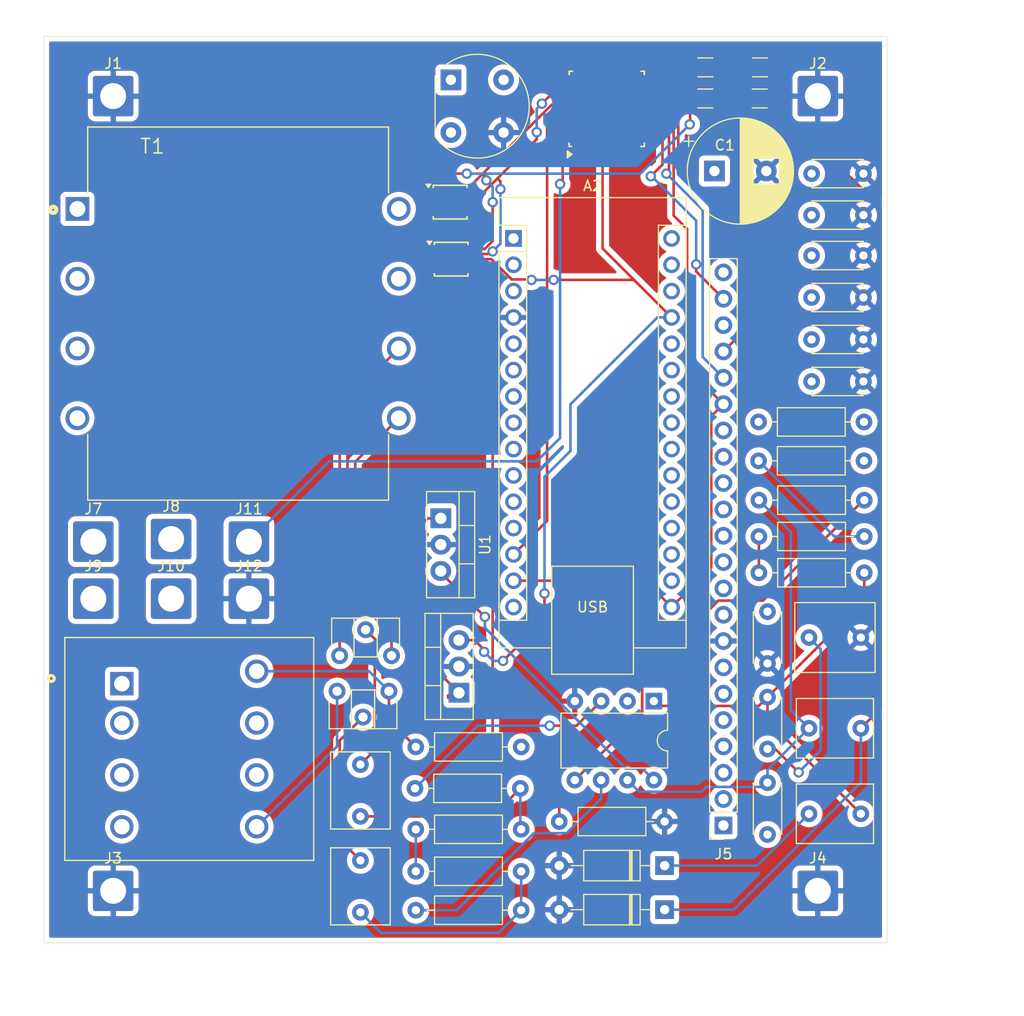
<source format=kicad_pcb>
(kicad_pcb (version 20240108) (generator "pcbnew") (generator_version "8.0")
  (layers (0 "F.Cu" signal) (31 "B.Cu" signal) (34 "B.Paste" user) (35 "F.Paste" user) (36 "B.SilkS" user "B.Silkscreen") (37 "F.SilkS" user "F.Silkscreen") (38 "B.Mask" user) (39 "F.Mask" user) (44 "Edge.Cuts" user))
  (net 0 "")
  (net 1 "Net-(C8-Pad2)")
  (net 2 "Net-(C8-Pad1)")
  (net 3 "Net-(C9-Pad1)")
  (net 4 "Net-(C9-Pad2)")
  (net 5 "Neutral")
  (net 6 "GND")
  (net 7 "Net-(U4B--)")
  (net 8 "Net-(U4A-+)")
  (net 9 "Net-(C12-Pad2)")
  (net 10 "Net-(C13-Pad2)")
  (net 11 "Net-(D2-K)")
  (net 12 "Net-(D3-K)")
  (net 13 "Net-(D1-Pad2)")
  (net 14 "Net-(D1-Pad4)")
  (net 15 "VCC")
  (net 16 "Net-(R1-Pad2)")
  (net 17 "Net-(U4B-+)")
  (net 18 "Net-(U4A--)")
  (net 19 "Net-(R15-Pad1)")
  (net 20 "Net-(R15-Pad2)")
  (net 21 "Net-(RV1-Pad3)")
  (net 22 "Net-(RV1-Pad1)")
  (net 26 "Net-(U5-SDA)")
  (net 27 "Net-(U5-SCL)")
  (net 54 "3.3v")
  (net 55 "5v")
  (net 56 "Net-(A2-D11)")
  (net 58 "Net-(J5-Pin_43)")
  (net 76 "Net-(J7-Pin_1)")
  (net 77 "Net-(J9-Pin_1)")
  (net 78 "Net-(J10-Pin_1)")
  (net 79 "Net-(J11-Pin_1)")
  (net 92 "Net-(A2-D12)")
  (net 99 "Net-(A2-D10)")
  (net 103 "Net-(D1-+)")
  (footprint "Resistor_THT:R_Axial_DIN0207_L6.3mm_D2.5mm_P10.16mm_Horizontal" (layer "F.Cu") (at 179.08 94.75 180)
    (property "Reference" "R10" (hide yes))
    (property "Value" "10 K" (hide yes))
  )
  (footprint "Connector_Wire:SolderWire-2sqmm_1x01_D2mm_OD3.9mm" (layer "F.Cu") (at 174.603 132.431)
    (property "Reference" "J4")
    (property "Value" "Hole")
  )
  (footprint "Potentiometer_THT:Potentiometer_ACP_CA6-H2,5_Horizontal" (layer "F.Cu") (at 128.5 109.75 90)
    (property "Reference" "RV1" (hide yes))
    (property "Value" "R_Potentiometer" (hide yes))
  )
  (footprint "Module:Arduino_Nano" (layer "F.Cu") (at 145.26 69.5)
    (property "Reference" "A2")
    (property "Value" "Arduino_Nano_v3.x")
  )
  (footprint "Resistor_THT:R_Axial_DIN0207_L6.3mm_D2.5mm_P10.16mm_Horizontal" (layer "F.Cu") (at 135.84 126.5)
    (property "Reference" "R2" (hide yes))
    (property "Value" "51.1k" (hide yes))
  )
  (footprint "Connector_Wire:SolderWire-2sqmm_1x01_D2mm_OD3.9mm" (layer "F.Cu") (at 104.75 98.75)
    (property "Reference" "J7")
    (property "Value" "Wire")
  )
  (footprint "Capacitor_THT:C_Disc_D4.7mm_W2.5mm_P5.00mm" (layer "F.Cu") (at 174 71.15)
    (property "Reference" "C4" (hide yes))
    (property "Value" "1 uF" (hide yes))
  )
  (footprint "Resistor_THT:R_Axial_DIN0207_L6.3mm_D2.5mm_P10.16mm_Horizontal" (layer "F.Cu") (at 179.08 98.25 180)
    (property "Reference" "R7" (hide yes))
    (property "Value" "10 K" (hide yes))
  )
  (footprint "Capacitor_THT:C_Disc_D4.7mm_W2.5mm_P5.00mm" (layer "F.Cu") (at 169.75 118.75 90)
    (property "Reference" "C12" (hide yes))
    (property "Value" "10 nF" (hide yes))
  )
  (footprint "Capacitor_THT:C_Disc_D4.7mm_W2.5mm_P5.00mm" (layer "F.Cu") (at 174 83.3)
    (property "Reference" "C7" (hide yes))
    (property "Value" "1 uF" (hide yes))
  )
  (footprint "Capacitor_THT:C_Disc_D4.7mm_W2.5mm_P5.00mm" (layer "F.Cu") (at 174 79.25)
    (property "Reference" "C6" (hide yes))
    (property "Value" "1 uF" (hide yes))
  )
  (footprint "Package_DIP:DIP-8_W7.62mm" (layer "F.Cu") (at 158.79 114.13 -90)
    (property "Reference" "U4" (hide yes))
    (property "Value" "LM358")
  )
  (footprint "Capacitor_THT:C_Rect_L7.2mm_W5.5mm_P5.00mm_FKS2_FKP2_MKS2_MKP2" (layer "F.Cu") (at 130.5 120.25 -90)
    (property "Reference" "C8" (hide yes))
    (property "Value" "1.5 uF" (hide yes))
  )
  (footprint "Custom Transformers:XFMR_FS20-055-C2" (layer "F.Cu") (at 118.7085 76.75)
    (property "Reference" "T1")
    (property "Value" "FS20-055-C2" (hide yes))
  )
  (footprint "Potentiometer_THT:Potentiometer_ACP_CA6-H2,5_Horizontal" (layer "F.Cu") (at 133.25 113.175 -90)
    (property "Reference" "RV2" (hide yes))
    (property "Value" "R_Potentiometer" (hide yes))
  )
  (footprint "Custom Transformers:XFMR_CSE185L" (layer "F.Cu") (at 114 118.75)
    (property "Reference" "T2" (hide yes))
    (property "Value" "CSE185L" (hide yes))
  )
  (footprint "Resistor_THT:R_Axial_DIN0207_L6.3mm_D2.5mm_P10.16mm_Horizontal" (layer "F.Cu") (at 179.05 90.95 180)
    (property "Reference" "R6" (hide yes))
    (property "Value" "10 K" (hide yes))
  )
  (footprint "Connector_Wire:SolderWire-2sqmm_1x01_D2mm_OD3.9mm" (layer "F.Cu") (at 106.659 55.768)
    (property "Reference" "J1")
    (property "Value" "Hole")
  )
  (footprint "Connector_Wire:SolderWire-2sqmm_1x01_D2mm_OD3.9mm" (layer "F.Cu") (at 174.603 55.768)
    (property "Reference" "J2")
    (property "Value" "Hole")
  )
  (footprint "Capacitor_THT:C_Disc_D4.7mm_W2.5mm_P5.00mm" (layer "F.Cu") (at 174 75.2)
    (property "Reference" "C5" (hide yes))
    (property "Value" "1 uF" (hide yes))
  )
  (footprint "Resistor_SMD:R_1206_3216Metric" (layer "F.Cu") (at 163.75 56 180)
    (property "Reference" "R11" (hide yes))
    (property "Value" "10 K" (hide yes))
  )
  (footprint "Capacitor_THT:C_Rect_L7.2mm_W5.5mm_P5.00mm_FKS2_FKP2_MKS2_MKP2" (layer "F.Cu") (at 178.75 125 180)
    (property "Reference" "C14" (hide yes))
    (property "Value" "1.5 uF" (hide yes))
  )
  (footprint "Connector_PinSocket_2.54mm:PinSocket_1x22_P2.54mm_Vertical" (layer "F.Cu") (at 165.5 126.12 180)
    (property "Reference" "J5")
    (property "Value" "Conn_01x22_Socket" (hide yes))
  )
  (footprint "Diode_THT:D_A-405_P10.16mm_Horizontal" (layer "F.Cu") (at 159.83 130 180)
    (property "Reference" "D2" (hide yes))
    (property "Value" "D_Zener" (hide yes))
  )
  (footprint "Resistor_SMD:R_1206_3216Metric" (layer "F.Cu") (at 169 56)
    (property "Reference" "R13" (hide yes))
    (property "Value" "10 K" (hide yes))
  )
  (footprint "Connector_Wire:SolderWire-2sqmm_1x01_D2mm_OD3.9mm" (layer "F.Cu") (at 106.659 132.431)
    (property "Reference" "J3")
    (property "Value" "Hole")
  )
  (footprint "Connector_Wire:SolderWire-2sqmm_1x01_D2mm_OD3.9mm" (layer "F.Cu") (at 119.75 104.25)
    (property "Reference" "J12")
    (property "Value" "B-Wire GND")
  )
  (footprint "Capacitor_THT:C_Disc_D4.7mm_W2.5mm_P5.00mm" (layer "F.Cu") (at 174 67.25)
    (property "Reference" "C3" (hide yes))
    (property "Value" "1 uF" (hide yes))
  )
  (footprint "Capacitor_THT:C_Disc_D4.7mm_W2.5mm_P5.00mm" (layer "F.Cu") (at 169.75 127 90)
    (property "Reference" "C13" (hide yes))
    (property "Value" "10 nF" (hide yes))
  )
  (footprint "Resistor_SMD:R_1206_3216Metric" (layer "F.Cu") (at 169.0375 53 180)
    (property "Reference" "R12" (hide yes))
    (property "Value" "10 K" (hide yes))
  )
  (footprint "Capacitor_THT:C_Rect_L7.2mm_W5.5mm_P5.00mm_FKS2_FKP2_MKS2_MKP2" (layer "F.Cu") (at 130.5 129.5 -90)
    (property "Reference" "C9" (hide yes))
    (property "Value" "1.5 uF" (hide yes))
  )
  (footprint "Diode_THT:Diode_Bridge_Round_D9.8mm" (layer "F.Cu") (at 139.225 54.205)
    (property "Reference" "D1" (hide yes))
    (property "Value" "W04G")
  )
  (footprint "Diode_THT:D_A-405_P10.16mm_Horizontal" (layer "F.Cu") (at 159.83 134.25 180)
    (property "Reference" "D3" (hide yes))
    (property "Value" "D_Zener" (hide yes))
  )
  (footprint "Capacitor_THT:C_Disc_D4.7mm_W2.5mm_P5.00mm" (layer "F.Cu") (at 169.75 110.5 90)
    (property "Reference" "C10" (hide yes))
    (property "Value" "22 nF" (hide yes))
  )
  (footprint "Connector_Wire:SolderWire-2sqmm_1x01_D2mm_OD3.9mm" (layer "F.Cu") (at 119.75 98.75)
    (property "Reference" "J11")
    (property "Value" "B-Wire POS")
  )
  (footprint "Package_QFP:TQFP-32_7x7mm_P0.8mm" (layer "F.Cu") (at 154.25 57 90)
    (property "Reference" "U7" (hide yes))
    (property "Value" "ATmega328PB-A" (hide yes))
  )
  (footprint "Package_TO_SOT_THT:TO-220-3_Vertical" (layer "F.Cu") (at 140 113.33 90)
    (property "Reference" "U2" (hide yes))
    (property "Value" "5 V Regulator")
  )
  (footprint "Resistor_THT:R_Axial_DIN0207_L6.3mm_D2.5mm_P10.16mm_Horizontal" (layer "F.Cu") (at 149.67 125.75)
    (property "Reference" "R14" (hide yes))
    (property "Value" "10 K" (hide yes))
  )
  (footprint "Capacitor_THT:C_Rect_L7.2mm_W5.5mm_P5.00mm_FKS2_FKP2_MKS2_MKP2" (layer "F.Cu") (at 173.75 116.75)
    (property "Reference" "C15" (hide yes))
    (property "Value" "1.5 uF" (hide yes))
  )
  (footprint "Resistor_THT:R_Axial_DIN0207_L6.3mm_D2.5mm_P10.16mm_Horizontal" (layer "F.Cu") (at 146 134.3 180)
    (property "Reference" "R5" (hide yes))
    (property "Value" "20 K" (hide yes))
  )
  (footprint "Resistor_THT:R_Axial_DIN0207_L6.3mm_D2.5mm_P10.16mm_Horizontal" (layer "F.Cu") (at 145.92 122.55 180)
    (property "Reference" "R4" (hide yes))
    (property "Value" "20 K" (hide yes))
  )
  (footprint "Capacitor_THT:C_Disc_D4.7mm_W2.5mm_P5.00mm" (layer "F.Cu") (at 174 63.25)
    (property "Reference" "C2" (hide yes))
    (property "Value" "1 uF" (hide yes))
  )
  (footprint "Resistor_SMD:R_1206_3216Metric" (layer "F.Cu") (at 163.75 53 180)
    (property "Reference" "R8" (hide yes))
    (property "Value" "1 K" (hide yes))
  )
  (footprint "Capacitor_THT:C_Rect_L7.5mm_W6.5mm_P5.00mm" (layer "F.Cu") (at 173.75 108)
    (property "Reference" "C11" (hide yes))
    (property "Value" "20 nF" (hide yes))
  )
  (footprint "Resistor_THT:R_Axial_DIN0207_L6.3mm_D2.5mm_P10.16mm_Horizontal" (layer "F.Cu") (at 168.92 101.75)
    (property "Reference" "R9" (hide yes))
    (property "Value" "10 K" (hide yes))
  )
  (footprint "Connector_Wire:SolderWire-2sqmm_1x01_D2mm_OD3.9mm" (layer "F.Cu") (at 104.75 104.25)
    (property "Reference" "J9")
    (property "Value" "Wire")
  )
  (footprint "Capacitor_THT:CP_Radial_D10.0mm_P5.00mm" (layer "F.Cu") (at 164.632323 63)
    (property "Reference" "C1")
    (property "Value" "100 uF" (hide yes))
  )
  (footprint "Package_TO_SOT_THT:TO-220-3_Vertical" (layer "F.Cu") (at 138.25 96.5 -90)
    (property "Reference" "U1")
    (property "Value" "12 V Regulator")
  )
  (footprint "Package_SO:TSSOP-10_3x3mm_P0.5mm" (layer "F.Cu") (at 139.25 71.5)
    (property "Reference" "U6" (hide yes))
    (property "Value" "ADS1115IDGS" (hide yes))
  )
  (footprint "Connector_Wire:SolderWire-2sqmm_1x01_D2mm_OD3.9mm" (layer "F.Cu") (at 112.25 104.25)
    (property "Reference" "J10")
    (property "Value" "Wire")
  )
  (footprint "Connector_Wire:SolderWire-2sqmm_1x01_D2mm_OD3.9mm" (layer "F.Cu") (at 112.25 98.5)
    (property "Reference" "J8")
    (property "Value" "Wire")
  )
  (footprint "Resistor_THT:R_Axial_DIN0207_L6.3mm_D2.5mm_P10.16mm_Horizontal" (layer "F.Cu") (at 135.84 130.55)
    (property "Reference" "R3" (hide yes))
    (property "Value" "51.1 K" (hide yes))
  )
  (footprint "Package_SO:TSSOP-10_3x3mm_P0.5mm" (layer "F.Cu") (at 139.15 66)
    (property "Reference" "U5" (hide yes))
    (property "Value" "ADS1115IDGS" (hide yes))
  )
  (footprint "Resistor_THT:R_Axial_DIN0207_L6.3mm_D2.5mm_P10.16mm_Horizontal" (layer "F.Cu") (at 146 118.55 180)
    (property "Reference" "R15" (hide yes))
    (property "Value" "30" (hide yes))
  )
  (footprint "Resistor_THT:R_Axial_DIN0207_L6.3mm_D2.5mm_P10.16mm_Horizontal" (layer "F.Cu") (at 168.89 87.2)
    (property "Reference" "R1" (hide yes))
    (property "Value" "3 K" (hide yes))
  )
  (gr_rect (start 100 50) (end 181.28 137.4522) (stroke (width 0.05)) (fill none) (layer "Edge.Cuts"))
  (segment (start 130.5 125.25) (end 143.22 125.25) (width 0.25) (layer "F.Cu") (net 1))
  (segment (start 143.22 125.25) (end 145.92 122.55) (width 0.25) (layer "F.Cu") (net 1))
  (segment (start 145.92 122.55) (end 145.92 126.42) (width 0.25) (layer "B.Cu") (net 1))
  (segment (start 145.92 126.42) (end 146 126.5) (width 0.25) (layer "B.Cu") (net 1))
  (segment (start 131.885 108.135) (end 131.885 118.865) (width 0.25) (layer "F.Cu") (net 2))
  (segment (start 131 107.25) (end 131.885 108.135) (width 0.25) (layer "F.Cu") (net 2))
  (segment (start 131.885 118.865) (end 130.5 120.25) (width 0.25) (layer "F.Cu") (net 2))
  (segment (start 128.5 117.925) (end 130.75 115.675) (width 0.25) (layer "F.Cu") (net 3))
  (segment (start 128.5 127.5) (end 128.5 117.925) (width 0.25) (layer "F.Cu") (net 3))
  (segment (start 130.5 129.5) (end 128.5 127.5) (width 0.25) (layer "F.Cu") (net 3))
  (segment (start 130.5 134.5) (end 132.5 136.5) (width 0.25) (layer "B.Cu") (net 4))
  (segment (start 146 134.3) (end 146 130.55) (width 0.25) (layer "B.Cu") (net 4))
  (segment (start 132.5 136.5) (end 143.8 136.5) (width 0.25) (layer "B.Cu") (net 4))
  (segment (start 143.8 136.5) (end 146 134.3) (width 0.25) (layer "B.Cu") (net 4))
  (segment (start 147.215991 126.875) (end 150.375 126.875) (width 0.25) (layer "B.Cu") (net 7))
  (segment (start 135.84 134.3) (end 139.790991 134.3) (width 0.25) (layer "B.Cu") (net 7))
  (segment (start 150.375 126.875) (end 153.71 123.54) (width 0.25) (layer "B.Cu") (net 7))
  (segment (start 153.71 123.54) (end 153.71 121.75) (width 0.25) (layer "B.Cu") (net 7))
  (segment (start 139.790991 134.3) (end 147.215991 126.875) (width 0.25) (layer "B.Cu") (net 7))
  (segment (start 170.5 118.75) (end 169.75 118.75) (width 0.25) (layer "F.Cu") (net 8))
  (segment (start 151.34 116.5) (end 153.71 114.13) (width 0.25) (layer "F.Cu") (net 8))
  (segment (start 172.75 121) (end 170.5 118.75) (width 0.25) (layer "F.Cu") (net 8))
  (segment (start 148.75 116.5) (end 151.34 116.5) (width 0.25) (layer "F.Cu") (net 8))
  (via (at 172.75 121) (size 1) (drill 0.6) (layers "F.Cu" "B.Cu") (net 8))
  (via (at 148.75 116.5) (size 1) (drill 0.6) (layers "F.Cu" "B.Cu") (net 8))
  (segment (start 173.75 108) (end 174.875 109.125) (width 0.25) (layer "B.Cu") (net 8))
  (segment (start 135.76 122.55) (end 141.81 116.5) (width 0.25) (layer "B.Cu") (net 8))
  (segment (start 174.875 109.125) (end 174.875 118.875) (width 0.25) (layer "B.Cu") (net 8))
  (segment (start 174.875 118.875) (end 172.75 121) (width 0.25) (layer "B.Cu") (net 8))
  (segment (start 141.81 116.5) (end 148.75 116.5) (width 0.25) (layer "B.Cu") (net 8))
  (segment (start 158.79 114.13) (end 159.255 114.595) (width 0.25) (layer "F.Cu") (net 9))
  (segment (start 159.255 114.595) (end 168.905 114.595) (width 0.25) (layer "F.Cu") (net 9))
  (segment (start 169.75 113.75) (end 179.08 104.42) (width 0.25) (layer "F.Cu") (net 9))
  (segment (start 178.75 125) (end 169.75 116) (width 0.25) (layer "F.Cu") (net 9))
  (segment (start 169.75 116) (end 169.75 113.75) (width 0.25) (layer "F.Cu") (net 9))
  (segment (start 168.905 114.595) (end 169.75 113.75) (width 0.25) (layer "F.Cu") (net 9))
  (segment (start 179.08 104.42) (end 179.08 101.75) (width 0.25) (layer "F.Cu") (net 9))
  (segment (start 169.75 122) (end 169.75 120.75) (width 0.25) (layer "B.Cu") (net 10))
  (segment (start 163.375 122.875) (end 163.845 122.405) (width 0.25) (layer "B.Cu") (net 10))
  (segment (start 172 97.83) (end 172 115) (width 0.25) (layer "B.Cu") (net 10))
  (segment (start 168.92 94.75) (end 172 97.83) (width 0.25) (layer "B.Cu") (net 10))
  (segment (start 157.375 122.875) (end 163.375 122.875) (width 0.25) (layer "B.Cu") (net 10))
  (segment (start 163.845 122.405) (end 169.345 122.405) (width 0.25) (layer "B.Cu") (net 10))
  (segment (start 169.345 122.405) (end 169.75 122) (width 0.25) (layer "B.Cu") (net 10))
  (segment (start 169.75 120.75) (end 173.75 116.75) (width 0.25) (layer "B.Cu") (net 10))
  (segment (start 172 115) (end 173.75 116.75) (width 0.25) (layer "B.Cu") (net 10))
  (segment (start 156.25 121.75) (end 157.375 122.875) (width 0.25) (layer "B.Cu") (net 10))
  (segment (start 136.375 66.5) (end 137 66.5) (width 0.25) (layer "F.Cu") (net 11))
  (segment (start 136.25 63.25) (end 140.75 63.25) (width 0.25) (layer "F.Cu") (net 11))
  (segment (start 135.75 63.75) (end 135.75 65.875) (width 0.25) (layer "F.Cu") (net 11))
  (segment (start 163.4875 54.8) (end 168.7 54.8) (width 0.25) (layer "F.Cu") (net 11))
  (segment (start 162.2875 58.4625) (end 162.25 58.5) (width 0.25) (layer "F.Cu") (net 11))
  (segment (start 168.7 54.8) (end 170.5 53) (width 0.25) (layer "F.Cu") (net 11))
  (segment (start 162.2875 56) (end 163.4875 54.8) (width 0.25) (layer "F.Cu") (net 11))
  (segment (start 135.75 65.875) (end 136.375 66.5) (width 0.25) (layer "F.Cu") (net 11))
  (segment (start 162.2875 56) (end 162.2875 58.4625) (width 0.25) (layer "F.Cu") (net 11))
  (segment (start 135.75 63.75) (end 136.25 63.25) (width 0.25) (layer "F.Cu") (net 11))
  (via (at 162.25 58.5) (size 1) (drill 0.6) (layers "F.Cu" "B.Cu") (net 11))
  (via (at 140.75 63.25) (size 1) (drill 0.6) (layers "F.Cu" "B.Cu") (net 11))
  (segment (start 140.75 63.25) (end 140.729122 63.25) (width 0.25) (layer "B.Cu") (net 11))
  (segment (start 140.729122 63.25) (end 140.728718 63.249596) (width 0.25) (layer "B.Cu") (net 11))
  (segment (start 168.75 130) (end 173.75 125) (width 0.25) (layer "B.Cu") (net 11))
  (segment (start 140.728718 63.249596) (end 157.500404 63.249596) (width 0.25) (layer "B.Cu") (net 11))
  (segment (start 157.500404 63.249596) (end 162.25 58.5) (width 0.25) (layer "B.Cu") (net 11))
  (segment (start 159.83 130) (end 168.75 130) (width 0.25) (layer "B.Cu") (net 11))
  (segment (start 137.725 72) (end 143.25 77.525) (width 0.25) (layer "F.Cu") (net 12))
  (segment (start 170.4625 56.3075) (end 180.655 66.5) (width 0.25) (layer "F.Cu") (net 12))
  (segment (start 180.655 66.5) (end 180.655 114.845) (width 0.25) (layer "F.Cu") (net 12))
  (segment (start 149.67 124.17) (end 149.67 125.75) (width 0.25) (layer "F.Cu") (net 12))
  (segment (start 170.4625 56) (end 170.4625 56.3075) (width 0.25) (layer "F.Cu") (net 12))
  (segment (start 143.25 77.525) (end 143.25 117.75) (width 0.25) (layer "F.Cu") (net 12))
  (segment (start 137.1 72) (end 137.725 72) (width 0.25) (layer "F.Cu") (net 12))
  (segment (start 143.25 117.75) (end 149.67 124.17) (width 0.25) (layer "F.Cu") (net 12))
  (segment (start 180.655 114.845) (end 178.75 116.75) (width 0.25) (layer "F.Cu") (net 12))
  (segment (start 159.83 134.25) (end 166.5 134.25) (width 0.25) (layer "B.Cu") (net 12))
  (segment (start 166.5 134.25) (end 178.75 122) (width 0.25) (layer "B.Cu") (net 12))
  (segment (start 178.75 122) (end 178.75 116.75) (width 0.25) (layer "B.Cu") (net 12))
  (segment (start 138.25 101.75) (end 142.5 106) (width 0.25) (layer "F.Cu") (net 15))
  (segment (start 138.25 101.58) (end 138.25 101.75) (width 0.25) (layer "F.Cu") (net 15))
  (via (at 142.5 106) (size 1) (drill 0.6) (layers "F.Cu" "B.Cu") (net 15))
  (segment (start 142.5 107.050991) (end 156.074009 120.625) (width 0.25) (layer "B.Cu") (net 15))
  (segment (start 157.665 120.625) (end 158.79 121.75) (width 0.25) (layer "B.Cu") (net 15))
  (segment (start 142.5 106) (end 142.5 107.050991) (width 0.25) (layer "B.Cu") (net 15))
  (segment (start 156.074009 120.625) (end 157.665 120.625) (width 0.25) (layer "B.Cu") (net 15))
  (segment (start 135.84 126.5) (end 135.84 130.55) (width 0.25) (layer "B.Cu") (net 16))
  (segment (start 179.08 98.25) (end 176.19 98.25) (width 0.25) (layer "B.Cu") (net 16))
  (segment (start 176.19 98.25) (end 168.89 90.95) (width 0.25) (layer "B.Cu") (net 16))
  (segment (start 165.013299 104.435) (end 169.315 104.435) (width 0.25) (layer "F.Cu") (net 17))
  (segment (start 157.665 115.255) (end 157.665 111.783299) (width 0.25) (layer "F.Cu") (net 17))
  (segment (start 151.17 121.75) (end 157.665 115.255) (width 0.25) (layer "F.Cu") (net 17))
  (segment (start 169.315 104.435) (end 179 94.75) (width 0.25) (layer "F.Cu") (net 17))
  (segment (start 179 94.75) (end 179.08 94.75) (width 0.25) (layer "F.Cu") (net 17))
  (segment (start 157.665 111.783299) (end 165.013299 104.435) (width 0.25) (layer "F.Cu") (net 17))
  (segment (start 168.92 101.75) (end 168.92 98.25) (width 0.25) (layer "F.Cu") (net 18))
  (segment (start 128.25 113.175) (end 128.25 118.5) (width 0.25) (layer "B.Cu") (net 19))
  (segment (start 128.25 118.5) (end 120.5 126.25) (width 0.25) (layer "B.Cu") (net 19))
  (segment (start 133.25 115.96) (end 133.25 113.175) (width 0.25) (layer "F.Cu") (net 20))
  (segment (start 135.84 118.55) (end 133.25 115.96) (width 0.25) (layer "F.Cu") (net 20))
  (segment (start 131.325 111.25) (end 120.5 111.25) (width 0.25) (layer "B.Cu") (net 20))
  (segment (start 133.25 113.175) (end 131.325 111.25) (width 0.25) (layer "B.Cu") (net 20))
  (segment (start 133.5 106.1825) (end 130 102.6825) (width 0.25) (layer "F.Cu") (net 21))
  (segment (start 130 91.049) (end 134.2025 86.8465) (width 0.25) (layer "F.Cu") (net 21))
  (segment (start 130 102.6825) (end 130 91.049) (width 0.25) (layer "F.Cu") (net 21))
  (segment (start 133.5 109.75) (end 133.5 106.1825) (width 0.25) (layer "F.Cu") (net 21))
  (segment (start 128.5 85.818) (end 134.2025 80.1155) (width 0.25) (layer "F.Cu") (net 22))
  (segment (start 128.5 109.75) (end 128.5 85.818) (width 0.25) (layer "F.Cu") (net 22))
  (segment (start 141.4 71) (end 143 71) (width 0.25) (layer "F.Cu") (net 26))
  (segment (start 141.925 65.5) (end 143.7125 63.7125) (width 0.25) (layer "F.Cu") (net 26))
  (segment (start 144 64.75) (end 144 64) (width 0.25) (layer "F.Cu") (net 26))
  (segment (start 148 56.5) (end 148.7 55.8) (width 0.25) (layer "F.Cu") (net 26))
  (segment (start 147.5 59.925) (end 147.5 59.25) (width 0.25) (layer "F.Cu") (net 26))
  (segment (start 148.7 55.8) (end 150 55.8) (width 0.25) (layer "F.Cu") (net 26))
  (segment (start 143.7125 63.7125) (end 147.5 59.925) (width 0.25) (layer "F.Cu") (net 26))
  (segment (start 143 71) (end 143.25 70.75) (width 0.25) (layer "F.Cu") (net 26))
  (segment (start 141.3 65.5) (end 141.925 65.5) (width 0.25) (layer "F.Cu") (net 26))
  (segment (start 144 64) (end 143.7125 63.7125) (width 0.25) (layer "F.Cu") (net 26))
  (via (at 148 56.5) (size 1) (drill 0.6) (layers "F.Cu" "B.Cu") (net 26))
  (via (at 144 64.75) (size 1) (drill 0.6) (layers "F.Cu" "B.Cu") (net 26))
  (via (at 143.25 70.75) (size 1) (drill 0.6) (layers "F.Cu" "B.Cu") (net 26))
  (via (at 147.5 59.25) (size 1) (drill 0.6) (layers "F.Cu" "B.Cu") (net 26))
  (segment (start 147.5 57) (end 148 56.5) (width 0.25) (layer "B.Cu") (net 26))
  (segment (start 144 70) (end 144 64.75) (width 0.25) (layer "B.Cu") (net 26))
  (segment (start 143.25 70.75) (end 144 70) (width 0.25) (layer "B.Cu") (net 26))
  (segment (start 147.5 59.25) (end 147.5 57) (width 0.25) (layer "B.Cu") (net 26))
  (segment (start 141.4 70.5) (end 142.5 70.5) (width 0.25) (layer "F.Cu") (net 27))
  (segment (start 142.645558 63.895558) (end 142.4 63.65) (width 0.25) (layer "F.Cu") (net 27))
  (segment (start 142.4 63.65) (end 142.4 63.15) (width 0.25) (layer "F.Cu") (net 27))
  (segment (start 141.3 64.25) (end 142.4 63.15) (width 0.25) (layer "F.Cu") (net 27))
  (segment (start 142.4 63.15) (end 148.95 56.6) (width 0.25) (layer "F.Cu") (net 27))
  (segment (start 143.25 69.75) (end 143.25 66) (width 0.25) (layer "F.Cu") (net 27))
  (segment (start 141.3 65) (end 141.3 64.25) (width 0.25) (layer "F.Cu") (net 27))
  (segment (start 148.95 56.6) (end 150 56.6) (width 0.25) (layer "F.Cu") (net 27))
  (segment (start 142.5 70.5) (end 143.25 69.75) (width 0.25) (layer "F.Cu") (net 27))
  (via (at 143.25 66) (size 1) (drill 0.6) (layers "F.Cu" "B.Cu") (net 27))
  (via (at 142.645558 63.895558) (size 1) (drill 0.6) (layers "F.Cu" "B.Cu") (net 27))
  (segment (start 143.25 66) (end 143.25 64.5) (width 0.25) (layer "B.Cu") (net 27))
  (segment (start 143.25 64.5) (end 142.645558 63.895558) (width 0.25) (layer "B.Cu") (net 27))
  (segment (start 165.2125 56) (end 167.5375 56) (width 0.25) (layer "F.Cu") (net 54))
  (segment (start 148.25 106.25) (end 148.25 103.75) (width 0.25) (layer "F.Cu") (net 55))
  (segment (start 156.88 73.5) (end 156.94 73.56) (width 0.25) (layer "F.Cu") (net 55))
  (segment (start 141.4 71.5) (end 143.129009 71.5) (width 0.25) (layer "F.Cu") (net 55))
  (segment (start 144.25 110.25) (end 148.25 106.25) (width 0.25) (layer "F.Cu") (net 55))
  (segment (start 156.94 73.56) (end 160.5 77.12) (width 0.25) (layer "F.Cu") (net 55))
  (segment (start 142.425 109.375) (end 142.425 109.175) (width 0.25) (layer "F.Cu") (net 55))
  (segment (start 153.85 61.25) (end 153.85 70.47) (width 0.25) (layer "F.Cu") (net 55))
  (segment (start 140.675 66) (end 141.3 66) (width 0.25) (layer "F.Cu") (net 55))
  (segment (start 145.084009 73.455) (end 146.955 73.455) (width 0.25) (layer "F.Cu") (net 55))
  (segment (start 137 65) (end 139.675 65) (width 0.25) (layer "F.Cu") (net 55))
  (segment (start 143.129009 71.5) (end 145.084009 73.455) (width 0.25) (layer "F.Cu") (net 55))
  (segment (start 139.675 65) (end 140.675 66) (width 0.25) (layer "F.Cu") (net 55))
  (segment (start 149.125 73.5) (end 156.88 73.5) (width 0.25) (layer "F.Cu") (net 55))
  (segment (start 146.955 73.455) (end 147 73.5) (width 0.25) (layer "F.Cu") (net 55))
  (segment (start 142.425 109.175) (end 141.5 108.25) (width 0.25) (layer "F.Cu") (net 55))
  (segment (start 153.85 70.47) (end 156.94 73.56) (width 0.25) (layer "F.Cu") (net 55))
  (segment (start 141.5 108.25) (end 140 108.25) (width 0.25) (layer "F.Cu") (net 55))
  (via (at 147 73.5) (size 1) (drill 0.6) (layers "F.Cu" "B.Cu") (net 55))
  (via (at 149.125 73.5) (size 1) (drill 0.6) (layers "F.Cu" "B.Cu") (net 55))
  (via (at 144.25 110.25) (size 1) (drill 0.6) (layers "F.Cu" "B.Cu") (net 55))
  (via (at 148.25 103.75) (size 1) (drill 0.6) (layers "F.Cu" "B.Cu") (net 55))
  (via (at 142.425 109.375) (size 1) (drill 0.6) (layers "F.Cu" "B.Cu") (net 55))
  (segment (start 150.75 90) (end 150.75 85.5) (width 0.25) (layer "B.Cu") (net 55))
  (segment (start 148.25 103.75) (end 148.25 92.5) (width 0.25) (layer "B.Cu") (net 55))
  (segment (start 142.425 109.375) (end 143.3 110.25) (width 0.25) (layer "B.Cu") (net 55))
  (segment (start 148.25 92.5) (end 150.75 90) (width 0.25) (layer "B.Cu") (net 55))
  (segment (start 159.13 77.12) (end 160.5 77.12) (width 0.25) (layer "B.Cu") (net 55))
  (segment (start 150.75 85.5) (end 159.13 77.12) (width 0.25) (layer "B.Cu") (net 55))
  (segment (start 143.3 110.25) (end 144.25 110.25) (width 0.25) (layer "B.Cu") (net 55))
  (segment (start 147 73.5) (end 149.125 73.5) (width 0.25) (layer "B.Cu") (net 55))
  (segment (start 162 81.98) (end 165.5 85.48) (width 0.25) (layer "F.Cu") (net 56))
  (segment (start 157.775 55) (end 157.05 54.275) (width 0.25) (layer "F.Cu") (net 56))
  (segment (start 160.7 56.475) (end 160.7 67.291701) (width 0.25) (layer "F.Cu") (net 56))
  (segment (start 158.5 55) (end 159.225 55) (width 0.25) (layer "F.Cu") (net 56))
  (segment (start 159.225 55) (end 160.7 56.475) (width 0.25) (layer "F.Cu") (net 56))
  (segment (start 165.5 85.48) (end 164.325 86.655) (width 0.25) (layer "F.Cu") (net 56))
  (segment (start 164.325 86.655) (end 164.325 101.235) (width 0.25) (layer "F.Cu") (net 56))
  (segment (start 160.7 67.291701) (end 162 68.591701) (width 0.25) (layer "F.Cu") (net 56))
  (segment (start 158.5 55) (end 157.775 55) (width 0.25) (layer "F.Cu") (net 56))
  (segment (start 164.325 101.235) (end 164.31 101.25) (width 0.25) (layer "F.Cu") (net 56))
  (segment (start 162 68.591701) (end 162 81.98) (width 0.25) (layer "F.Cu") (net 56))
  (segment (start 164.31 101.25) (end 160.5 105.06) (width 0.25) (layer "F.Cu") (net 56))
  (segment (start 145.26 102.52) (end 157.96 102.52) (width 0.25) (layer "F.Cu") (net 56))
  (segment (start 157.05 54.275) (end 157.05 52.75) (width 0.25) (layer "F.Cu") (net 56))
  (segment (start 157.96 102.52) (end 160.5 105.06) (width 0.25) (layer "F.Cu") (net 56))
  (segment (start 159.625 57.625) (end 159.625 62.375) (width 0.25) (layer "F.Cu") (net 58))
  (segment (start 159.625 62.375) (end 158.5 63.5) (width 0.25) (layer "F.Cu") (net 58))
  (segment (start 162.875 72.695) (end 165.5 75.32) (width 0.25) (layer "F.Cu") (net 58))
  (segment (start 162.875 72) (end 162.875 72.695) (width 0.25) (layer "F.Cu") (net 58))
  (segment (start 158.5 57.4) (end 159.4 57.4) (width 0.25) (layer "F.Cu") (net 58))
  (segment (start 159.4 57.4) (end 159.625 57.625) (width 0.25) (layer "F.Cu") (net 58))
  (via (at 162.875 72) (size 1) (drill 0.6) (layers "F.Cu" "B.Cu") (net 58))
  (via (at 158.5 63.5) (size 1) (drill 0.6) (layers "F.Cu" "B.Cu") (net 58))
  (segment (start 162.875 67.793651) (end 162.875 72) (width 0.25) (layer "B.Cu") (net 58))
  (segment (start 158.581349 63.5) (end 162.875 67.793651) (width 0.25) (layer "B.Cu") (net 58))
  (segment (start 158.5 63.5) (end 158.581349 63.5) (width 0.25) (layer "B.Cu") (net 58))
  (segment (start 158.5 63.5) (end 158.5 63.25) (width 0.25) (layer "B.Cu") (net 58))
  (segment (start 150 59.8) (end 150 64) (width 0.25) (layer "F.Cu") (net 79))
  (segment (start 150 64) (end 149.75 64.25) (width 0.25) (layer "F.Cu") (net 79))
  (via (at 149.75 64.25) (size 1) (drill 0.6) (layers "F.Cu" "B.Cu") (net 79))
  (segment (start 127.5 91) (end 119.75 98.75) (width 0.25) (layer "B.Cu") (net 79))
  (segment (start 149.75 64.25) (end 149.75 88.75) (width 0.25) (layer "B.Cu") (net 79))
  (segment (start 149.75 88.75) (end 147.5 91) (width 0.25) (layer "B.Cu") (net 79))
  (segment (start 147.5 91) (end 127.5 91) (width 0.25) (layer "B.Cu") (net 79))
  (segment (start 160.25 56.825) (end 160.25 63) (width 0.25) (layer "F.Cu") (net 92))
  (segment (start 158.5 55.8) (end 159.225 55.8) (width 0.25) (layer "F.Cu") (net 92))
  (segment (start 160.25 63) (end 160 63.25) (width 0.25) (layer "F.Cu") (net 92))
  (segment (start 158.5 54.2) (end 159.225 54.2) (width 0.25) (layer "F.Cu") (net 92))
  (segment (start 159.225 55.8) (end 160.25 56.825) (width 0.25) (layer "F.Cu") (net 92))
  (segment (start 168.5 70) (end 168.5 77.4) (width 0.25) (layer "F.Cu") (net 92))
  (segment (start 161.15 56.125) (end 161.15 62.65) (width 0.25) (layer "F.Cu") (net 92))
  (segment (start 161.15 62.65) (end 168.5 70) (width 0.25) (layer "F.Cu") (net 92))
  (segment (start 168.5 77.4) (end 165.5 80.4) (width 0.25) (layer "F.Cu") (net 92))
  (segment (start 159.225 54.2) (end 161.15 56.125) (width 0.25) (layer "F.Cu") (net 92))
  (via (at 160 63.25) (size 1) (drill 0.6) (layers "F.Cu" "B.Cu") (net 92))
  (segment (start 163.5 66.75) (end 163.5 80.94) (width 0.25) (layer "B.Cu") (net 92))
  (segment (start 160 63.25) (end 163.5 66.75) (width 0.25) (layer "B.Cu") (net 92))
  (segment (start 163.5 80.94) (end 165.5 82.94) (width 0.25) (layer "B.Cu") (net 92))
  (segment (start 150 57.4) (end 149.275 57.4) (width 0.25) (layer "F.Cu") (net 99))
  (segment (start 148.5 96.74) (end 145.26 99.98) (width 0.25) (layer "F.Cu") (net 99))
  (segment (start 149.275 57.4) (end 148.5 58.175) (width 0.25) (layer "F.Cu") (net 99))
  (segment (start 148.5 58.175) (end 148.5 96.74) (width 0.25) (layer "F.Cu") (net 99))
  (segment (start 137 96.5) (end 138.25 96.5) (width 0.25) (layer "F.Cu") (net 103))
  (segment (start 140 113.33) (end 135.5 108.83) (width 0.25) (layer "F.Cu") (net 103))
  (segment (start 135.5 108.83) (end 135.5 98) (width 0.25) (layer "F.Cu") (net 103))
  (segment (start 135.5 98) (end 137 96.5) (width 0.25) (layer "F.Cu") (net 103))
  (segment (start 138.945 113.79) (end 138.945 113.589867) (width 0.25) (layer "F.Cu") (net 103))
  (zone (net 6) (net_name "GND") (layers "F&B.Cu") (connect_pads (clearance 0.5)) (min_thickness 0.25) (fill yes (thermal_gap 0.5) (thermal_bridge_width 0.5))
    (polygon (pts (xy 194.25 46.5) (xy 194.5 144.5) (xy 95.75 143.5) (xy 95.75 46.5)))
  )
)
</source>
